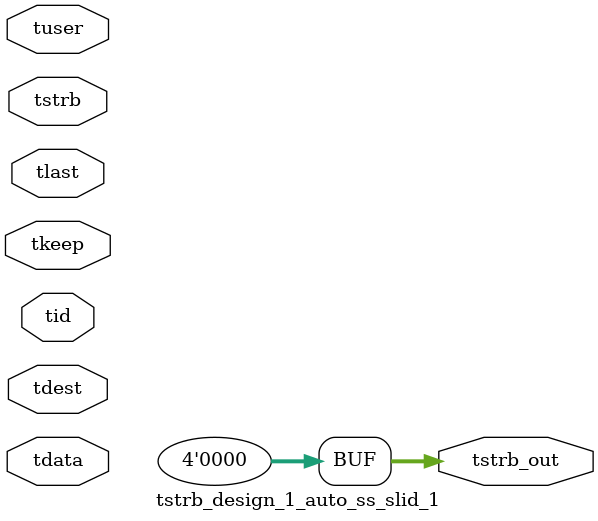
<source format=v>


`timescale 1ps/1ps

module tstrb_design_1_auto_ss_slid_1 #
(
parameter C_S_AXIS_TDATA_WIDTH = 32,
parameter C_S_AXIS_TUSER_WIDTH = 0,
parameter C_S_AXIS_TID_WIDTH   = 0,
parameter C_S_AXIS_TDEST_WIDTH = 0,
parameter C_M_AXIS_TDATA_WIDTH = 32
)
(
input  [(C_S_AXIS_TDATA_WIDTH == 0 ? 1 : C_S_AXIS_TDATA_WIDTH)-1:0     ] tdata,
input  [(C_S_AXIS_TUSER_WIDTH == 0 ? 1 : C_S_AXIS_TUSER_WIDTH)-1:0     ] tuser,
input  [(C_S_AXIS_TID_WIDTH   == 0 ? 1 : C_S_AXIS_TID_WIDTH)-1:0       ] tid,
input  [(C_S_AXIS_TDEST_WIDTH == 0 ? 1 : C_S_AXIS_TDEST_WIDTH)-1:0     ] tdest,
input  [(C_S_AXIS_TDATA_WIDTH/8)-1:0 ] tkeep,
input  [(C_S_AXIS_TDATA_WIDTH/8)-1:0 ] tstrb,
input                                                                    tlast,
output [(C_M_AXIS_TDATA_WIDTH/8)-1:0 ] tstrb_out
);

assign tstrb_out = {1'b0};

endmodule


</source>
